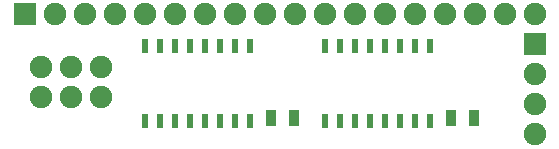
<source format=gts>
G04 (created by PCBNEW (2013-07-07 BZR 4022)-stable) date 2/6/2016 8:58:51 PM*
%MOIN*%
G04 Gerber Fmt 3.4, Leading zero omitted, Abs format*
%FSLAX34Y34*%
G01*
G70*
G90*
G04 APERTURE LIST*
%ADD10C,0.00590551*%
%ADD11R,0.035X0.055*%
%ADD12R,0.02X0.045*%
%ADD13C,0.075*%
%ADD14R,0.075X0.075*%
G04 APERTURE END LIST*
G54D10*
G54D11*
X2475Y-3450D03*
X1725Y-3450D03*
X8475Y-3450D03*
X7725Y-3450D03*
G54D12*
X7000Y-3550D03*
X6000Y-3550D03*
X5500Y-3550D03*
X5000Y-3550D03*
X4500Y-3550D03*
X4000Y-3550D03*
X3500Y-3550D03*
X3500Y-1050D03*
X4000Y-1050D03*
X4500Y-1050D03*
X5000Y-1050D03*
X5500Y-1050D03*
X6000Y-1050D03*
X6500Y-1050D03*
X7000Y-1050D03*
X6500Y-3550D03*
X1000Y-3550D03*
X0Y-3550D03*
X-500Y-3550D03*
X-1000Y-3550D03*
X-1500Y-3550D03*
X-2000Y-3550D03*
X-2500Y-3550D03*
X-2500Y-1050D03*
X-2000Y-1050D03*
X-1500Y-1050D03*
X-1000Y-1050D03*
X-500Y-1050D03*
X0Y-1050D03*
X500Y-1050D03*
X1000Y-1050D03*
X500Y-3550D03*
G54D13*
X-5950Y-2750D03*
X-4950Y-2750D03*
X-3950Y-2750D03*
G54D14*
X10500Y-1000D03*
G54D13*
X10500Y-2000D03*
X10500Y-3000D03*
X10500Y-4000D03*
G54D14*
X-6500Y0D03*
G54D13*
X-5500Y0D03*
X-4500Y0D03*
X-3500Y0D03*
X-2500Y0D03*
X-1500Y0D03*
X-500Y0D03*
X500Y0D03*
X1500Y0D03*
X2500Y0D03*
X3500Y0D03*
X4500Y0D03*
X5500Y0D03*
X6500Y0D03*
X7500Y0D03*
X8500Y0D03*
X9500Y0D03*
X10500Y0D03*
X-5950Y-1750D03*
X-4950Y-1750D03*
X-3950Y-1750D03*
M02*

</source>
